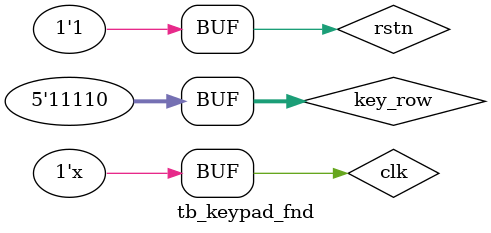
<source format=v>
module tb_keypad_fnd(
    );
        
reg   clk, rstn;
reg   [4:0]   key_row;

wire    [3:0]   key_col;
wire    [19:0]  key_data;

keypad_fnd U0 (
                .clk(clk),
                .rstn(rstn),
                .key_row(key_row),
                .key_col(key_col),
                .fnd_scan(fnd_scan),
                .fnd_data(fnd_data));
                
initial begin
    clk =   0;      rstn = 1;
    #5  rstn = 0; 
    #25 rstn = 1 ;
end

always #10 clk = ~ clk ;

initial begin
    #30;
    repeat (3) begin
            key_row = 5'b11111;
        #20 key_row = 5'b01111;
        #20;
    end
    repeat (3) begin
            key_row = 5'b11111;
        #20 key_row = 5'b10111;
        #20;
    end
    repeat (3) begin
            key_row = 5'b11111;
        #20 key_row = 5'b11011;
        #20;
    end
    repeat (3) begin
            key_row = 5'b11111;
        #20 key_row = 5'b11101;
        #20;
    end
    repeat (3) begin
            key_row = 5'b11111;
        #20 key_row = 5'b11110;
        #20;
    end
end
endmodule

</source>
